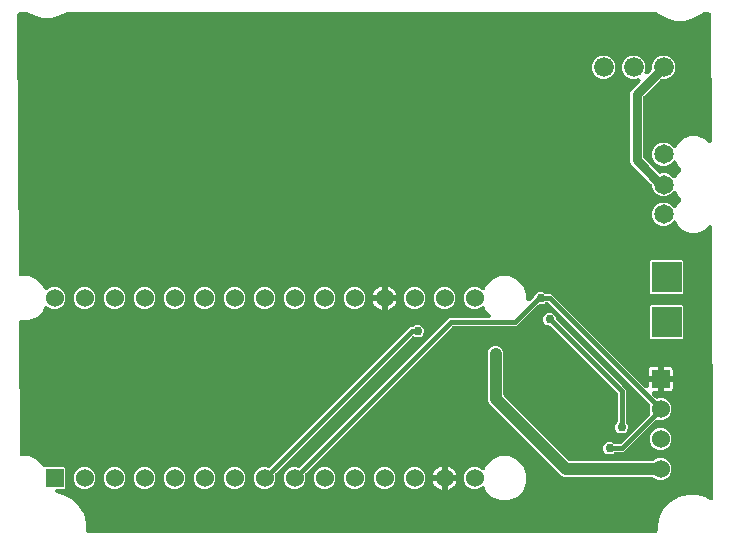
<source format=gbr>
G04 EAGLE Gerber RS-274X export*
G75*
%MOMM*%
%FSLAX34Y34*%
%LPD*%
%INBottom Copper*%
%IPPOS*%
%AMOC8*
5,1,8,0,0,1.08239X$1,22.5*%
G01*
%ADD10R,1.530000X1.530000*%
%ADD11C,1.530000*%
%ADD12C,1.650000*%
%ADD13C,1.676400*%
%ADD14R,1.524000X1.524000*%
%ADD15C,1.524000*%
%ADD16R,2.540000X2.540000*%
%ADD17C,0.381000*%
%ADD18C,0.756400*%
%ADD19C,1.016000*%
%ADD20C,0.762000*%

G36*
X548071Y19693D02*
X548071Y19693D01*
X548138Y19690D01*
X548265Y19712D01*
X548393Y19726D01*
X548456Y19746D01*
X548522Y19757D01*
X548641Y19805D01*
X548764Y19844D01*
X548822Y19876D01*
X548884Y19901D01*
X548991Y19972D01*
X549104Y20035D01*
X549154Y20079D01*
X549210Y20115D01*
X549301Y20206D01*
X549398Y20291D01*
X549438Y20344D01*
X549485Y20391D01*
X549555Y20499D01*
X549633Y20602D01*
X549661Y20662D01*
X549698Y20718D01*
X549745Y20838D01*
X549800Y20954D01*
X549816Y21019D01*
X549840Y21081D01*
X549852Y21167D01*
X549892Y21333D01*
X549897Y21503D01*
X549909Y21590D01*
X549909Y26706D01*
X551900Y34135D01*
X555746Y40796D01*
X561184Y46234D01*
X567845Y50080D01*
X575274Y52071D01*
X582966Y52071D01*
X590395Y50080D01*
X594302Y47825D01*
X594464Y47752D01*
X594627Y47676D01*
X594642Y47672D01*
X594657Y47665D01*
X594832Y47627D01*
X595006Y47586D01*
X595022Y47585D01*
X595038Y47582D01*
X595218Y47580D01*
X595396Y47575D01*
X595411Y47578D01*
X595428Y47577D01*
X595604Y47612D01*
X595779Y47643D01*
X595794Y47649D01*
X595810Y47653D01*
X595974Y47722D01*
X596141Y47789D01*
X596155Y47798D01*
X596169Y47804D01*
X596316Y47906D01*
X596465Y48005D01*
X596477Y48016D01*
X596490Y48026D01*
X596614Y48155D01*
X596739Y48282D01*
X596748Y48296D01*
X596759Y48308D01*
X596854Y48460D01*
X596951Y48610D01*
X596956Y48625D01*
X596965Y48639D01*
X597027Y48807D01*
X597091Y48973D01*
X597093Y48987D01*
X597099Y49005D01*
X597156Y49390D01*
X597153Y49445D01*
X597158Y49483D01*
X596024Y278459D01*
X596021Y278487D01*
X596023Y278516D01*
X596000Y278681D01*
X595982Y278846D01*
X595973Y278873D01*
X595970Y278902D01*
X595914Y279059D01*
X595862Y279217D01*
X595848Y279242D01*
X595839Y279269D01*
X595752Y279411D01*
X595670Y279556D01*
X595651Y279577D01*
X595636Y279602D01*
X595522Y279723D01*
X595412Y279848D01*
X595389Y279865D01*
X595369Y279886D01*
X595233Y279982D01*
X595100Y280082D01*
X595074Y280094D01*
X595051Y280111D01*
X594898Y280177D01*
X594747Y280247D01*
X594719Y280254D01*
X594693Y280265D01*
X594530Y280299D01*
X594368Y280337D01*
X594339Y280338D01*
X594311Y280344D01*
X594144Y280344D01*
X593978Y280348D01*
X593950Y280343D01*
X593921Y280343D01*
X593758Y280309D01*
X593594Y280280D01*
X593568Y280269D01*
X593540Y280263D01*
X593388Y280196D01*
X593233Y280134D01*
X593209Y280118D01*
X593183Y280107D01*
X593120Y280059D01*
X592908Y279918D01*
X592829Y279838D01*
X592773Y279796D01*
X589261Y276283D01*
X583505Y273899D01*
X577275Y273899D01*
X571519Y276283D01*
X567113Y280689D01*
X566104Y283127D01*
X566080Y283171D01*
X566063Y283217D01*
X565988Y283341D01*
X565919Y283470D01*
X565886Y283508D01*
X565860Y283550D01*
X565761Y283656D01*
X565667Y283768D01*
X565628Y283798D01*
X565594Y283835D01*
X565475Y283919D01*
X565361Y284008D01*
X565316Y284030D01*
X565275Y284059D01*
X565142Y284117D01*
X565011Y284181D01*
X564963Y284194D01*
X564917Y284214D01*
X564775Y284243D01*
X564634Y284280D01*
X564584Y284282D01*
X564536Y284293D01*
X564390Y284292D01*
X564245Y284300D01*
X564196Y284292D01*
X564146Y284292D01*
X564003Y284262D01*
X563860Y284239D01*
X563813Y284222D01*
X563764Y284212D01*
X563631Y284153D01*
X563495Y284102D01*
X563453Y284076D01*
X563407Y284056D01*
X563336Y284001D01*
X563166Y283894D01*
X563063Y283794D01*
X562998Y283744D01*
X560527Y281273D01*
X556934Y279785D01*
X553046Y279785D01*
X549453Y281273D01*
X546703Y284023D01*
X545215Y287616D01*
X545215Y291504D01*
X546703Y295097D01*
X549453Y297847D01*
X553046Y299335D01*
X556934Y299335D01*
X560527Y297847D01*
X562998Y295376D01*
X563037Y295344D01*
X563070Y295307D01*
X563188Y295221D01*
X563300Y295130D01*
X563345Y295107D01*
X563385Y295077D01*
X563518Y295017D01*
X563646Y294950D01*
X563694Y294937D01*
X563740Y294916D01*
X563882Y294885D01*
X564022Y294845D01*
X564072Y294842D01*
X564120Y294831D01*
X564266Y294829D01*
X564411Y294819D01*
X564460Y294826D01*
X564510Y294825D01*
X564653Y294852D01*
X564797Y294872D01*
X564844Y294889D01*
X564893Y294899D01*
X565027Y294954D01*
X565164Y295003D01*
X565207Y295029D01*
X565253Y295048D01*
X565373Y295131D01*
X565497Y295206D01*
X565533Y295240D01*
X565574Y295268D01*
X565675Y295373D01*
X565781Y295473D01*
X565810Y295513D01*
X565845Y295549D01*
X565890Y295626D01*
X566006Y295791D01*
X566063Y295923D01*
X566104Y295993D01*
X567113Y298431D01*
X569596Y300913D01*
X569638Y300965D01*
X569686Y301010D01*
X569761Y301116D01*
X569842Y301216D01*
X569872Y301275D01*
X569911Y301329D01*
X569962Y301447D01*
X570021Y301562D01*
X570039Y301626D01*
X570065Y301687D01*
X570091Y301813D01*
X570126Y301937D01*
X570131Y302004D01*
X570144Y302069D01*
X570144Y302198D01*
X570152Y302326D01*
X570143Y302392D01*
X570143Y302459D01*
X570117Y302585D01*
X570099Y302712D01*
X570077Y302775D01*
X570063Y302840D01*
X570011Y302958D01*
X569968Y303080D01*
X569934Y303136D01*
X569907Y303197D01*
X569854Y303267D01*
X569765Y303412D01*
X569649Y303537D01*
X569596Y303606D01*
X567113Y306089D01*
X566221Y308244D01*
X566197Y308288D01*
X566180Y308335D01*
X566105Y308459D01*
X566036Y308587D01*
X566003Y308625D01*
X565978Y308667D01*
X565878Y308773D01*
X565784Y308885D01*
X565745Y308916D01*
X565711Y308952D01*
X565592Y309036D01*
X565478Y309125D01*
X565433Y309148D01*
X565392Y309176D01*
X565259Y309234D01*
X565129Y309299D01*
X565080Y309311D01*
X565035Y309331D01*
X564892Y309360D01*
X564751Y309397D01*
X564702Y309400D01*
X564653Y309410D01*
X564507Y309409D01*
X564362Y309417D01*
X564313Y309409D01*
X564263Y309409D01*
X564121Y309379D01*
X563977Y309357D01*
X563930Y309339D01*
X563882Y309329D01*
X563748Y309271D01*
X563612Y309219D01*
X563570Y309193D01*
X563524Y309173D01*
X563453Y309119D01*
X563283Y309011D01*
X563180Y308911D01*
X563115Y308862D01*
X560527Y306273D01*
X556934Y304785D01*
X553046Y304785D01*
X549453Y306273D01*
X546703Y309023D01*
X545215Y312616D01*
X545215Y313862D01*
X545205Y313960D01*
X545205Y314060D01*
X545185Y314154D01*
X545175Y314249D01*
X545145Y314344D01*
X545125Y314442D01*
X545086Y314529D01*
X545057Y314621D01*
X545008Y314708D01*
X544969Y314799D01*
X544924Y314857D01*
X544866Y314960D01*
X544708Y315142D01*
X544658Y315208D01*
X527607Y332258D01*
X526795Y334219D01*
X526795Y392221D01*
X527607Y394182D01*
X529376Y395950D01*
X534997Y401571D01*
X535007Y401584D01*
X535020Y401595D01*
X535130Y401735D01*
X535243Y401874D01*
X535250Y401888D01*
X535261Y401901D01*
X535340Y402061D01*
X535422Y402220D01*
X535426Y402236D01*
X535434Y402251D01*
X535479Y402423D01*
X535527Y402595D01*
X535528Y402612D01*
X535532Y402628D01*
X535541Y402806D01*
X535553Y402984D01*
X535551Y403000D01*
X535552Y403017D01*
X535524Y403194D01*
X535500Y403370D01*
X535494Y403386D01*
X535492Y403402D01*
X535429Y403569D01*
X535369Y403737D01*
X535360Y403751D01*
X535355Y403767D01*
X535259Y403919D01*
X535166Y404070D01*
X535155Y404082D01*
X535146Y404096D01*
X535021Y404225D01*
X534900Y404355D01*
X534886Y404364D01*
X534875Y404376D01*
X534727Y404476D01*
X534581Y404579D01*
X534566Y404586D01*
X534552Y404595D01*
X534386Y404663D01*
X534223Y404734D01*
X534207Y404737D01*
X534192Y404743D01*
X534016Y404776D01*
X533841Y404812D01*
X533825Y404812D01*
X533808Y404815D01*
X533631Y404812D01*
X533452Y404812D01*
X533435Y404808D01*
X533419Y404808D01*
X533359Y404792D01*
X533070Y404731D01*
X532982Y404693D01*
X532922Y404677D01*
X531561Y404113D01*
X527619Y404113D01*
X523978Y405621D01*
X521191Y408408D01*
X519683Y412049D01*
X519683Y415991D01*
X521191Y419632D01*
X523978Y422419D01*
X527619Y423927D01*
X531561Y423927D01*
X535202Y422419D01*
X537989Y419632D01*
X539497Y415991D01*
X539497Y412049D01*
X538933Y410688D01*
X538928Y410673D01*
X538921Y410658D01*
X538872Y410485D01*
X538821Y410315D01*
X538820Y410298D01*
X538816Y410282D01*
X538804Y410105D01*
X538788Y409927D01*
X538790Y409910D01*
X538789Y409893D01*
X538814Y409717D01*
X538835Y409540D01*
X538840Y409524D01*
X538843Y409507D01*
X538903Y409339D01*
X538959Y409170D01*
X538968Y409156D01*
X538973Y409140D01*
X539067Y408987D01*
X539157Y408834D01*
X539168Y408822D01*
X539176Y408807D01*
X539299Y408677D01*
X539418Y408545D01*
X539431Y408535D01*
X539443Y408523D01*
X539589Y408420D01*
X539733Y408315D01*
X539748Y408308D01*
X539762Y408298D01*
X539925Y408228D01*
X540088Y408154D01*
X540104Y408150D01*
X540119Y408144D01*
X540294Y408108D01*
X540468Y408069D01*
X540485Y408068D01*
X540501Y408065D01*
X540680Y408065D01*
X540858Y408063D01*
X540874Y408066D01*
X540891Y408066D01*
X541067Y408103D01*
X541241Y408136D01*
X541256Y408143D01*
X541272Y408146D01*
X541436Y408217D01*
X541601Y408286D01*
X541614Y408295D01*
X541630Y408302D01*
X541679Y408339D01*
X541922Y408506D01*
X541989Y408575D01*
X542039Y408613D01*
X544526Y411100D01*
X544588Y411177D01*
X544659Y411248D01*
X544711Y411328D01*
X544771Y411402D01*
X544817Y411491D01*
X544872Y411574D01*
X544907Y411663D01*
X544951Y411749D01*
X544978Y411844D01*
X545014Y411937D01*
X545024Y412009D01*
X545056Y412124D01*
X545072Y412364D01*
X545083Y412446D01*
X545083Y415991D01*
X546591Y419632D01*
X549378Y422419D01*
X553019Y423927D01*
X556961Y423927D01*
X560602Y422419D01*
X563389Y419632D01*
X564897Y415991D01*
X564897Y412049D01*
X563389Y408408D01*
X560602Y405621D01*
X556961Y404113D01*
X553416Y404113D01*
X553318Y404103D01*
X553218Y404103D01*
X553124Y404083D01*
X553029Y404073D01*
X552934Y404043D01*
X552836Y404023D01*
X552749Y403984D01*
X552657Y403955D01*
X552570Y403906D01*
X552479Y403867D01*
X552421Y403822D01*
X552318Y403764D01*
X552136Y403606D01*
X552070Y403556D01*
X538022Y389508D01*
X537960Y389431D01*
X537889Y389360D01*
X537837Y389280D01*
X537777Y389206D01*
X537731Y389117D01*
X537676Y389034D01*
X537641Y388945D01*
X537597Y388859D01*
X537570Y388764D01*
X537534Y388671D01*
X537524Y388599D01*
X537492Y388484D01*
X537476Y388244D01*
X537465Y388162D01*
X537465Y338278D01*
X537475Y338180D01*
X537475Y338080D01*
X537495Y337986D01*
X537505Y337891D01*
X537535Y337796D01*
X537555Y337698D01*
X537594Y337611D01*
X537623Y337519D01*
X537672Y337432D01*
X537711Y337341D01*
X537756Y337283D01*
X537814Y337180D01*
X537972Y336998D01*
X538022Y336932D01*
X550431Y324524D01*
X550495Y324472D01*
X550553Y324412D01*
X550646Y324349D01*
X550733Y324278D01*
X550807Y324240D01*
X550875Y324193D01*
X550979Y324150D01*
X551079Y324099D01*
X551159Y324076D01*
X551236Y324045D01*
X551346Y324024D01*
X551454Y323994D01*
X551537Y323988D01*
X551619Y323973D01*
X551731Y323975D01*
X551843Y323967D01*
X551926Y323979D01*
X552009Y323980D01*
X552088Y324001D01*
X552230Y324021D01*
X552419Y324088D01*
X552506Y324111D01*
X553046Y324335D01*
X556934Y324335D01*
X560527Y322847D01*
X562881Y320493D01*
X562919Y320461D01*
X562953Y320424D01*
X563071Y320338D01*
X563183Y320247D01*
X563227Y320224D01*
X563268Y320194D01*
X563400Y320134D01*
X563529Y320068D01*
X563577Y320054D01*
X563623Y320034D01*
X563765Y320002D01*
X563905Y319963D01*
X563954Y319959D01*
X564003Y319948D01*
X564148Y319946D01*
X564294Y319936D01*
X564343Y319943D01*
X564393Y319942D01*
X564536Y319970D01*
X564680Y319990D01*
X564727Y320006D01*
X564776Y320016D01*
X564910Y320072D01*
X565047Y320120D01*
X565090Y320146D01*
X565136Y320166D01*
X565256Y320248D01*
X565380Y320323D01*
X565416Y320357D01*
X565457Y320386D01*
X565558Y320490D01*
X565664Y320590D01*
X565693Y320631D01*
X565728Y320666D01*
X565773Y320744D01*
X565889Y320909D01*
X565945Y321040D01*
X565987Y321111D01*
X567113Y323831D01*
X569596Y326313D01*
X569638Y326365D01*
X569686Y326410D01*
X569761Y326516D01*
X569842Y326616D01*
X569872Y326675D01*
X569911Y326729D01*
X569962Y326847D01*
X570021Y326962D01*
X570039Y327026D01*
X570065Y327087D01*
X570091Y327213D01*
X570126Y327337D01*
X570131Y327404D01*
X570144Y327469D01*
X570144Y327598D01*
X570152Y327726D01*
X570143Y327792D01*
X570143Y327859D01*
X570117Y327985D01*
X570099Y328112D01*
X570077Y328175D01*
X570063Y328240D01*
X570011Y328358D01*
X569968Y328480D01*
X569934Y328536D01*
X569907Y328597D01*
X569854Y328667D01*
X569765Y328812D01*
X569649Y328937D01*
X569596Y329006D01*
X567113Y331489D01*
X566104Y333927D01*
X566080Y333971D01*
X566063Y334017D01*
X565988Y334141D01*
X565919Y334270D01*
X565886Y334308D01*
X565860Y334350D01*
X565761Y334456D01*
X565667Y334568D01*
X565628Y334598D01*
X565594Y334635D01*
X565475Y334719D01*
X565361Y334808D01*
X565316Y334830D01*
X565275Y334859D01*
X565142Y334917D01*
X565011Y334981D01*
X564963Y334994D01*
X564917Y335014D01*
X564775Y335043D01*
X564634Y335080D01*
X564584Y335082D01*
X564536Y335093D01*
X564390Y335092D01*
X564245Y335100D01*
X564196Y335092D01*
X564146Y335092D01*
X564003Y335062D01*
X563860Y335039D01*
X563813Y335022D01*
X563764Y335012D01*
X563631Y334953D01*
X563495Y334902D01*
X563453Y334876D01*
X563407Y334856D01*
X563336Y334801D01*
X563166Y334694D01*
X563063Y334594D01*
X562998Y334544D01*
X560527Y332073D01*
X556934Y330585D01*
X553046Y330585D01*
X549453Y332073D01*
X546703Y334823D01*
X545215Y338416D01*
X545215Y342304D01*
X546703Y345897D01*
X549453Y348647D01*
X553046Y350135D01*
X556934Y350135D01*
X560527Y348647D01*
X562998Y346176D01*
X563037Y346144D01*
X563070Y346107D01*
X563188Y346021D01*
X563300Y345930D01*
X563345Y345907D01*
X563385Y345877D01*
X563518Y345817D01*
X563646Y345750D01*
X563694Y345737D01*
X563740Y345716D01*
X563882Y345685D01*
X564022Y345645D01*
X564072Y345642D01*
X564120Y345631D01*
X564266Y345629D01*
X564411Y345619D01*
X564460Y345626D01*
X564510Y345625D01*
X564653Y345652D01*
X564797Y345672D01*
X564844Y345689D01*
X564893Y345699D01*
X565027Y345754D01*
X565164Y345803D01*
X565207Y345829D01*
X565253Y345848D01*
X565373Y345931D01*
X565497Y346006D01*
X565533Y346040D01*
X565574Y346068D01*
X565675Y346173D01*
X565781Y346273D01*
X565810Y346313D01*
X565845Y346349D01*
X565890Y346426D01*
X566006Y346591D01*
X566063Y346723D01*
X566104Y346793D01*
X567113Y349231D01*
X571519Y353637D01*
X577275Y356021D01*
X583505Y356021D01*
X589261Y353637D01*
X592410Y350488D01*
X592439Y350464D01*
X592465Y350435D01*
X592591Y350341D01*
X592712Y350242D01*
X592746Y350224D01*
X592777Y350201D01*
X592919Y350135D01*
X593058Y350062D01*
X593095Y350052D01*
X593130Y350036D01*
X593282Y350000D01*
X593434Y349957D01*
X593472Y349955D01*
X593509Y349946D01*
X593666Y349942D01*
X593823Y349931D01*
X593861Y349936D01*
X593898Y349935D01*
X594053Y349963D01*
X594209Y349984D01*
X594245Y349997D01*
X594282Y350004D01*
X594428Y350063D01*
X594576Y350115D01*
X594608Y350135D01*
X594644Y350149D01*
X594775Y350237D01*
X594909Y350318D01*
X594937Y350344D01*
X594968Y350365D01*
X595079Y350477D01*
X595193Y350585D01*
X595215Y350616D01*
X595242Y350643D01*
X595327Y350775D01*
X595418Y350903D01*
X595433Y350938D01*
X595453Y350970D01*
X595510Y351117D01*
X595572Y351261D01*
X595580Y351298D01*
X595594Y351334D01*
X595605Y351419D01*
X595651Y351643D01*
X595651Y351769D01*
X595661Y351844D01*
X595133Y458479D01*
X595126Y458541D01*
X595128Y458603D01*
X595105Y458734D01*
X595091Y458867D01*
X595072Y458926D01*
X595061Y458987D01*
X595012Y459111D01*
X594971Y459238D01*
X594940Y459292D01*
X594918Y459349D01*
X594844Y459460D01*
X594778Y459577D01*
X594737Y459623D01*
X594703Y459675D01*
X594609Y459769D01*
X594520Y459869D01*
X594471Y459906D01*
X594427Y459950D01*
X594315Y460023D01*
X594208Y460103D01*
X594153Y460129D01*
X594101Y460163D01*
X593976Y460211D01*
X593855Y460268D01*
X593795Y460282D01*
X593738Y460305D01*
X593650Y460317D01*
X593476Y460358D01*
X593314Y460363D01*
X593228Y460374D01*
X588833Y460374D01*
X588734Y460364D01*
X588635Y460364D01*
X588541Y460344D01*
X588445Y460334D01*
X588351Y460304D01*
X588253Y460284D01*
X588165Y460245D01*
X588074Y460216D01*
X587987Y460168D01*
X587896Y460128D01*
X587838Y460083D01*
X587734Y460025D01*
X587553Y459867D01*
X587487Y459816D01*
X586896Y459226D01*
X580235Y455380D01*
X572806Y453389D01*
X565114Y453389D01*
X557685Y455380D01*
X551024Y459226D01*
X550433Y459816D01*
X550356Y459879D01*
X550286Y459950D01*
X550205Y460002D01*
X550131Y460062D01*
X550042Y460108D01*
X549959Y460163D01*
X549870Y460198D01*
X549785Y460242D01*
X549689Y460269D01*
X549596Y460305D01*
X549524Y460315D01*
X549409Y460347D01*
X549169Y460363D01*
X549087Y460374D01*
X49056Y460374D01*
X49011Y460370D01*
X48965Y460372D01*
X48817Y460350D01*
X48668Y460334D01*
X48625Y460321D01*
X48580Y460314D01*
X48498Y460280D01*
X48297Y460216D01*
X48178Y460149D01*
X48104Y460119D01*
X44295Y457920D01*
X36866Y455929D01*
X29174Y455929D01*
X21745Y457920D01*
X17936Y460119D01*
X17894Y460138D01*
X17856Y460163D01*
X17717Y460217D01*
X17580Y460278D01*
X17536Y460288D01*
X17493Y460305D01*
X17405Y460317D01*
X17200Y460362D01*
X17063Y460364D01*
X16984Y460374D01*
X9795Y460374D01*
X9724Y460367D01*
X9653Y460369D01*
X9531Y460347D01*
X9407Y460334D01*
X9340Y460313D01*
X9269Y460300D01*
X9154Y460254D01*
X9036Y460216D01*
X8974Y460182D01*
X8908Y460155D01*
X8804Y460086D01*
X8696Y460025D01*
X8642Y459978D01*
X8583Y459939D01*
X8496Y459851D01*
X8402Y459769D01*
X8359Y459712D01*
X8310Y459661D01*
X8242Y459557D01*
X8167Y459458D01*
X8137Y459394D01*
X8098Y459334D01*
X8053Y459218D01*
X8000Y459106D01*
X7983Y459037D01*
X7958Y458970D01*
X7946Y458885D01*
X7908Y458727D01*
X7902Y458548D01*
X7891Y458461D01*
X8979Y238746D01*
X8985Y238684D01*
X8983Y238622D01*
X9006Y238491D01*
X9021Y238358D01*
X9040Y238299D01*
X9050Y238238D01*
X9099Y238114D01*
X9140Y237987D01*
X9171Y237933D01*
X9194Y237876D01*
X9267Y237765D01*
X9333Y237648D01*
X9374Y237602D01*
X9408Y237550D01*
X9503Y237456D01*
X9591Y237356D01*
X9640Y237319D01*
X9684Y237275D01*
X9796Y237202D01*
X9903Y237122D01*
X9959Y237096D01*
X10011Y237062D01*
X10135Y237014D01*
X10256Y236957D01*
X10316Y236943D01*
X10374Y236920D01*
X10461Y236908D01*
X10635Y236867D01*
X10797Y236862D01*
X10883Y236851D01*
X17632Y236851D01*
X24399Y234048D01*
X29578Y228869D01*
X30622Y226348D01*
X30646Y226304D01*
X30662Y226257D01*
X30738Y226133D01*
X30807Y226005D01*
X30839Y225967D01*
X30865Y225924D01*
X30965Y225818D01*
X31058Y225707D01*
X31098Y225676D01*
X31132Y225640D01*
X31251Y225556D01*
X31365Y225466D01*
X31410Y225444D01*
X31451Y225416D01*
X31584Y225358D01*
X31714Y225293D01*
X31763Y225281D01*
X31808Y225261D01*
X31951Y225232D01*
X32091Y225195D01*
X32141Y225192D01*
X32190Y225182D01*
X32335Y225183D01*
X32481Y225175D01*
X32530Y225183D01*
X32580Y225183D01*
X32722Y225213D01*
X32866Y225235D01*
X32912Y225253D01*
X32961Y225263D01*
X33095Y225321D01*
X33231Y225373D01*
X33273Y225399D01*
X33319Y225419D01*
X33390Y225473D01*
X33560Y225581D01*
X33663Y225681D01*
X33728Y225730D01*
X34190Y226193D01*
X37551Y227585D01*
X41189Y227585D01*
X44550Y226193D01*
X47123Y223620D01*
X48515Y220259D01*
X48515Y216621D01*
X47123Y213260D01*
X44550Y210687D01*
X41189Y209295D01*
X37551Y209295D01*
X34190Y210687D01*
X33728Y211150D01*
X33689Y211181D01*
X33656Y211218D01*
X33538Y211304D01*
X33425Y211396D01*
X33381Y211419D01*
X33341Y211448D01*
X33209Y211508D01*
X33079Y211575D01*
X33031Y211588D01*
X32986Y211609D01*
X32844Y211641D01*
X32704Y211680D01*
X32654Y211683D01*
X32605Y211694D01*
X32460Y211696D01*
X32315Y211706D01*
X32266Y211699D01*
X32216Y211700D01*
X32073Y211673D01*
X31929Y211653D01*
X31882Y211636D01*
X31833Y211627D01*
X31699Y211571D01*
X31562Y211522D01*
X31519Y211496D01*
X31473Y211477D01*
X31353Y211395D01*
X31229Y211319D01*
X31193Y211285D01*
X31151Y211257D01*
X31050Y211152D01*
X30944Y211053D01*
X30916Y211012D01*
X30881Y210976D01*
X30836Y210899D01*
X30720Y210734D01*
X30663Y210602D01*
X30622Y210532D01*
X29578Y208011D01*
X24399Y202832D01*
X17632Y200029D01*
X11084Y200029D01*
X11013Y200022D01*
X10942Y200024D01*
X10820Y200002D01*
X10696Y199989D01*
X10629Y199968D01*
X10558Y199955D01*
X10443Y199909D01*
X10325Y199871D01*
X10263Y199837D01*
X10197Y199810D01*
X10093Y199741D01*
X9985Y199680D01*
X9931Y199633D01*
X9872Y199594D01*
X9785Y199506D01*
X9692Y199424D01*
X9649Y199367D01*
X9599Y199316D01*
X9531Y199212D01*
X9456Y199113D01*
X9426Y199049D01*
X9387Y198989D01*
X9342Y198873D01*
X9289Y198761D01*
X9272Y198692D01*
X9247Y198625D01*
X9236Y198540D01*
X9197Y198382D01*
X9191Y198203D01*
X9180Y198116D01*
X9733Y86346D01*
X9740Y86284D01*
X9738Y86222D01*
X9761Y86091D01*
X9775Y85958D01*
X9794Y85899D01*
X9805Y85838D01*
X9854Y85714D01*
X9895Y85587D01*
X9926Y85533D01*
X9948Y85476D01*
X10022Y85365D01*
X10088Y85248D01*
X10129Y85202D01*
X10163Y85150D01*
X10257Y85056D01*
X10346Y84956D01*
X10395Y84919D01*
X10439Y84875D01*
X10551Y84802D01*
X10658Y84722D01*
X10714Y84696D01*
X10765Y84662D01*
X10890Y84614D01*
X11011Y84557D01*
X11071Y84543D01*
X11128Y84520D01*
X11216Y84508D01*
X11390Y84467D01*
X11552Y84462D01*
X11638Y84451D01*
X17632Y84451D01*
X24399Y81648D01*
X29578Y76469D01*
X29623Y76360D01*
X29662Y76287D01*
X29693Y76210D01*
X29755Y76116D01*
X29808Y76017D01*
X29862Y75954D01*
X29907Y75884D01*
X29987Y75805D01*
X30059Y75719D01*
X30125Y75668D01*
X30183Y75609D01*
X30277Y75548D01*
X30366Y75479D01*
X30440Y75442D01*
X30510Y75396D01*
X30614Y75355D01*
X30715Y75305D01*
X30796Y75284D01*
X30873Y75254D01*
X30954Y75243D01*
X31092Y75207D01*
X31294Y75197D01*
X31382Y75185D01*
X47622Y75185D01*
X48515Y74292D01*
X48515Y57788D01*
X47622Y56895D01*
X41874Y56895D01*
X41734Y56881D01*
X41593Y56874D01*
X41540Y56861D01*
X41486Y56855D01*
X41352Y56813D01*
X41215Y56778D01*
X41166Y56754D01*
X41115Y56737D01*
X40992Y56668D01*
X40865Y56606D01*
X40822Y56573D01*
X40775Y56546D01*
X40669Y56453D01*
X40557Y56367D01*
X40522Y56325D01*
X40482Y56290D01*
X40396Y56177D01*
X40305Y56070D01*
X40279Y56022D01*
X40246Y55979D01*
X40186Y55851D01*
X40118Y55728D01*
X40102Y55676D01*
X40079Y55627D01*
X40046Y55490D01*
X40005Y55355D01*
X40000Y55301D01*
X39987Y55248D01*
X39983Y55107D01*
X39970Y54966D01*
X39976Y54913D01*
X39974Y54858D01*
X39999Y54719D01*
X40015Y54579D01*
X40032Y54528D01*
X40041Y54474D01*
X40093Y54344D01*
X40138Y54209D01*
X40165Y54162D01*
X40185Y54112D01*
X40262Y53995D01*
X40333Y53872D01*
X40369Y53832D01*
X40399Y53787D01*
X40499Y53687D01*
X40593Y53582D01*
X40637Y53550D01*
X40675Y53511D01*
X40793Y53434D01*
X40907Y53351D01*
X40948Y53333D01*
X41002Y53298D01*
X41365Y53156D01*
X41373Y53155D01*
X41381Y53152D01*
X48105Y51350D01*
X54766Y47504D01*
X60204Y42066D01*
X64050Y35405D01*
X66041Y27976D01*
X66041Y21590D01*
X66048Y21524D01*
X66045Y21457D01*
X66067Y21330D01*
X66081Y21202D01*
X66101Y21139D01*
X66112Y21073D01*
X66160Y20954D01*
X66199Y20831D01*
X66231Y20773D01*
X66256Y20711D01*
X66327Y20604D01*
X66390Y20491D01*
X66434Y20441D01*
X66470Y20386D01*
X66561Y20294D01*
X66646Y20197D01*
X66699Y20157D01*
X66746Y20110D01*
X66854Y20040D01*
X66957Y19962D01*
X67017Y19934D01*
X67073Y19897D01*
X67193Y19850D01*
X67309Y19795D01*
X67374Y19779D01*
X67436Y19755D01*
X67522Y19743D01*
X67688Y19703D01*
X67858Y19698D01*
X67945Y19686D01*
X548005Y19686D01*
X548071Y19693D01*
G37*
%LPC*%
G36*
X240751Y56895D02*
X240751Y56895D01*
X237390Y58287D01*
X234817Y60860D01*
X233425Y64221D01*
X233425Y67859D01*
X234817Y71220D01*
X237390Y73793D01*
X240751Y75185D01*
X244389Y75185D01*
X244964Y74947D01*
X245043Y74923D01*
X245120Y74890D01*
X245230Y74867D01*
X245337Y74835D01*
X245420Y74828D01*
X245501Y74811D01*
X245614Y74812D01*
X245726Y74802D01*
X245808Y74812D01*
X245891Y74812D01*
X246001Y74835D01*
X246113Y74849D01*
X246191Y74875D01*
X246273Y74892D01*
X246376Y74937D01*
X246482Y74973D01*
X246554Y75015D01*
X246630Y75048D01*
X246695Y75098D01*
X246818Y75170D01*
X246968Y75305D01*
X247039Y75359D01*
X370668Y198988D01*
X373234Y201555D01*
X406621Y201555D01*
X406654Y201558D01*
X406688Y201556D01*
X406848Y201578D01*
X407009Y201595D01*
X407041Y201605D01*
X407074Y201609D01*
X407226Y201664D01*
X407381Y201713D01*
X407410Y201729D01*
X407441Y201740D01*
X407579Y201824D01*
X407720Y201904D01*
X407745Y201926D01*
X407774Y201943D01*
X407892Y202054D01*
X408014Y202160D01*
X408034Y202187D01*
X408058Y202209D01*
X408152Y202342D01*
X408249Y202471D01*
X408263Y202501D01*
X408283Y202528D01*
X408347Y202677D01*
X408416Y202823D01*
X408424Y202855D01*
X408437Y202886D01*
X408470Y203045D01*
X408508Y203202D01*
X408509Y203235D01*
X408516Y203268D01*
X408516Y203430D01*
X408521Y203592D01*
X408515Y203624D01*
X408515Y203658D01*
X408482Y203816D01*
X408454Y203976D01*
X408442Y204006D01*
X408435Y204039D01*
X408370Y204188D01*
X408311Y204338D01*
X408292Y204366D01*
X408279Y204396D01*
X408228Y204463D01*
X408096Y204663D01*
X408012Y204747D01*
X407968Y204805D01*
X404762Y208011D01*
X403718Y210532D01*
X403694Y210576D01*
X403678Y210623D01*
X403602Y210747D01*
X403533Y210875D01*
X403501Y210913D01*
X403475Y210956D01*
X403375Y211062D01*
X403282Y211173D01*
X403242Y211204D01*
X403208Y211240D01*
X403089Y211324D01*
X402975Y211414D01*
X402930Y211436D01*
X402889Y211464D01*
X402756Y211522D01*
X402626Y211587D01*
X402577Y211599D01*
X402532Y211619D01*
X402389Y211648D01*
X402249Y211685D01*
X402199Y211688D01*
X402150Y211698D01*
X402005Y211697D01*
X401859Y211705D01*
X401810Y211697D01*
X401760Y211697D01*
X401618Y211667D01*
X401474Y211645D01*
X401428Y211627D01*
X401379Y211617D01*
X401245Y211559D01*
X401109Y211507D01*
X401067Y211481D01*
X401021Y211461D01*
X400950Y211407D01*
X400780Y211299D01*
X400677Y211199D01*
X400612Y211150D01*
X400150Y210687D01*
X396789Y209295D01*
X393151Y209295D01*
X389790Y210687D01*
X387217Y213260D01*
X385825Y216621D01*
X385825Y220259D01*
X387217Y223620D01*
X389790Y226193D01*
X393151Y227585D01*
X396789Y227585D01*
X400150Y226193D01*
X400612Y225730D01*
X400651Y225699D01*
X400684Y225662D01*
X400802Y225576D01*
X400915Y225484D01*
X400959Y225461D01*
X400999Y225432D01*
X401131Y225372D01*
X401261Y225305D01*
X401309Y225292D01*
X401354Y225271D01*
X401496Y225239D01*
X401636Y225200D01*
X401686Y225197D01*
X401735Y225186D01*
X401880Y225184D01*
X402025Y225174D01*
X402074Y225181D01*
X402124Y225180D01*
X402267Y225207D01*
X402411Y225227D01*
X402458Y225244D01*
X402507Y225253D01*
X402641Y225309D01*
X402778Y225358D01*
X402821Y225384D01*
X402867Y225403D01*
X402987Y225485D01*
X403111Y225561D01*
X403147Y225595D01*
X403189Y225623D01*
X403290Y225728D01*
X403396Y225827D01*
X403424Y225868D01*
X403459Y225904D01*
X403504Y225981D01*
X403620Y226146D01*
X403677Y226278D01*
X403718Y226348D01*
X404762Y228869D01*
X409941Y234048D01*
X416708Y236851D01*
X424032Y236851D01*
X430799Y234048D01*
X435978Y228869D01*
X438781Y222102D01*
X438781Y217569D01*
X438784Y217535D01*
X438782Y217502D01*
X438804Y217342D01*
X438821Y217181D01*
X438831Y217149D01*
X438835Y217116D01*
X438890Y216964D01*
X438939Y216809D01*
X438955Y216780D01*
X438966Y216749D01*
X439050Y216611D01*
X439130Y216470D01*
X439152Y216445D01*
X439169Y216416D01*
X439280Y216298D01*
X439386Y216176D01*
X439413Y216156D01*
X439435Y216132D01*
X439568Y216038D01*
X439697Y215941D01*
X439727Y215926D01*
X439754Y215907D01*
X439903Y215843D01*
X440049Y215774D01*
X440081Y215766D01*
X440112Y215753D01*
X440271Y215720D01*
X440428Y215682D01*
X440461Y215681D01*
X440494Y215674D01*
X440656Y215674D01*
X440818Y215669D01*
X440850Y215675D01*
X440884Y215675D01*
X441042Y215708D01*
X441202Y215736D01*
X441232Y215748D01*
X441265Y215755D01*
X441414Y215820D01*
X441564Y215879D01*
X441592Y215898D01*
X441622Y215911D01*
X441689Y215961D01*
X441889Y216094D01*
X441973Y216178D01*
X442031Y216222D01*
X445444Y219635D01*
X445517Y219725D01*
X445598Y219808D01*
X445629Y219862D01*
X445690Y219937D01*
X445825Y220199D01*
X445857Y220252D01*
X446351Y221446D01*
X447844Y222939D01*
X449794Y223747D01*
X451906Y223747D01*
X453856Y222939D01*
X454367Y222427D01*
X454445Y222365D01*
X454515Y222294D01*
X454596Y222242D01*
X454670Y222182D01*
X454758Y222136D01*
X454842Y222081D01*
X454931Y222046D01*
X455016Y222002D01*
X455112Y221975D01*
X455204Y221939D01*
X455277Y221929D01*
X455391Y221897D01*
X455631Y221881D01*
X455714Y221870D01*
X459891Y221870D01*
X462457Y219303D01*
X539009Y142752D01*
X539034Y142731D01*
X539056Y142706D01*
X539185Y142608D01*
X539311Y142506D01*
X539340Y142491D01*
X539367Y142470D01*
X539513Y142401D01*
X539657Y142327D01*
X539689Y142318D01*
X539719Y142303D01*
X539876Y142265D01*
X540032Y142222D01*
X540066Y142219D01*
X540098Y142212D01*
X540260Y142206D01*
X540421Y142195D01*
X540454Y142200D01*
X540488Y142199D01*
X540647Y142226D01*
X540807Y142249D01*
X540839Y142260D01*
X540872Y142266D01*
X541022Y142325D01*
X541175Y142380D01*
X541203Y142397D01*
X541234Y142409D01*
X541369Y142498D01*
X541507Y142582D01*
X541532Y142605D01*
X541560Y142623D01*
X541674Y142738D01*
X541792Y142849D01*
X541811Y142876D01*
X541835Y142900D01*
X541923Y143035D01*
X542016Y143168D01*
X542029Y143198D01*
X542048Y143226D01*
X542107Y143377D01*
X542171Y143525D01*
X542178Y143558D01*
X542190Y143589D01*
X542201Y143672D01*
X542250Y143907D01*
X542249Y144026D01*
X542259Y144098D01*
X542259Y147311D01*
X549901Y147311D01*
X549901Y139669D01*
X546688Y139669D01*
X546655Y139666D01*
X546622Y139668D01*
X546462Y139646D01*
X546301Y139629D01*
X546269Y139619D01*
X546236Y139615D01*
X546083Y139560D01*
X545929Y139511D01*
X545900Y139495D01*
X545869Y139484D01*
X545731Y139400D01*
X545589Y139320D01*
X545564Y139298D01*
X545536Y139281D01*
X545418Y139170D01*
X545296Y139064D01*
X545276Y139037D01*
X545251Y139015D01*
X545158Y138882D01*
X545060Y138753D01*
X545046Y138723D01*
X545027Y138696D01*
X544963Y138547D01*
X544893Y138401D01*
X544886Y138369D01*
X544872Y138338D01*
X544840Y138179D01*
X544802Y138022D01*
X544800Y137989D01*
X544794Y137956D01*
X544794Y137794D01*
X544789Y137632D01*
X544794Y137600D01*
X544794Y137566D01*
X544828Y137408D01*
X544856Y137248D01*
X544868Y137218D01*
X544875Y137185D01*
X544940Y137036D01*
X544999Y136886D01*
X545017Y136858D01*
X545031Y136828D01*
X545081Y136761D01*
X545213Y136561D01*
X545229Y136545D01*
X545298Y136476D01*
X545342Y136419D01*
X547958Y133802D01*
X548022Y133750D01*
X548080Y133690D01*
X548173Y133627D01*
X548260Y133556D01*
X548334Y133518D01*
X548403Y133472D01*
X548507Y133429D01*
X548607Y133377D01*
X548686Y133355D01*
X548763Y133323D01*
X548874Y133302D01*
X548982Y133272D01*
X549065Y133267D01*
X549146Y133251D01*
X549259Y133253D01*
X549371Y133246D01*
X549453Y133257D01*
X549536Y133259D01*
X549615Y133280D01*
X549757Y133299D01*
X549947Y133367D01*
X550033Y133390D01*
X550625Y133635D01*
X554275Y133635D01*
X557647Y132238D01*
X560228Y129657D01*
X561625Y126285D01*
X561625Y122635D01*
X560228Y119263D01*
X557647Y116682D01*
X554275Y115285D01*
X550625Y115285D01*
X550033Y115530D01*
X549954Y115554D01*
X549877Y115587D01*
X549767Y115610D01*
X549660Y115642D01*
X549577Y115649D01*
X549496Y115666D01*
X549383Y115666D01*
X549271Y115675D01*
X549189Y115665D01*
X549106Y115665D01*
X548996Y115642D01*
X548884Y115628D01*
X548806Y115602D01*
X548724Y115585D01*
X548622Y115540D01*
X548515Y115504D01*
X548443Y115462D01*
X548367Y115429D01*
X548302Y115379D01*
X548179Y115307D01*
X548029Y115172D01*
X547958Y115118D01*
X523417Y90577D01*
X520851Y88010D01*
X514134Y88010D01*
X514035Y88000D01*
X513935Y88000D01*
X513841Y87980D01*
X513746Y87970D01*
X513651Y87940D01*
X513554Y87920D01*
X513466Y87881D01*
X513375Y87852D01*
X513288Y87803D01*
X513197Y87764D01*
X513139Y87719D01*
X513035Y87661D01*
X512854Y87503D01*
X512787Y87453D01*
X512276Y86941D01*
X510326Y86133D01*
X508214Y86133D01*
X506264Y86941D01*
X504771Y88434D01*
X503963Y90384D01*
X503963Y92496D01*
X504771Y94446D01*
X506264Y95939D01*
X508214Y96747D01*
X510326Y96747D01*
X512276Y95939D01*
X512787Y95427D01*
X512865Y95365D01*
X512935Y95294D01*
X513015Y95242D01*
X513090Y95182D01*
X513178Y95136D01*
X513262Y95081D01*
X513351Y95046D01*
X513436Y95002D01*
X513532Y94975D01*
X513624Y94939D01*
X513697Y94929D01*
X513811Y94897D01*
X514051Y94881D01*
X514134Y94870D01*
X517221Y94870D01*
X517320Y94880D01*
X517419Y94880D01*
X517513Y94900D01*
X517608Y94910D01*
X517703Y94940D01*
X517801Y94960D01*
X517888Y94999D01*
X517980Y95028D01*
X518067Y95077D01*
X518158Y95116D01*
X518216Y95161D01*
X518320Y95219D01*
X518501Y95377D01*
X518567Y95427D01*
X543108Y119968D01*
X543160Y120032D01*
X543220Y120090D01*
X543283Y120183D01*
X543354Y120270D01*
X543392Y120344D01*
X543438Y120413D01*
X543481Y120517D01*
X543533Y120617D01*
X543555Y120696D01*
X543587Y120773D01*
X543608Y120884D01*
X543638Y120992D01*
X543643Y121075D01*
X543659Y121156D01*
X543657Y121269D01*
X543664Y121381D01*
X543653Y121463D01*
X543651Y121546D01*
X543630Y121625D01*
X543611Y121767D01*
X543543Y121957D01*
X543520Y122043D01*
X543275Y122635D01*
X543275Y126285D01*
X543520Y126877D01*
X543544Y126956D01*
X543577Y127033D01*
X543600Y127143D01*
X543632Y127250D01*
X543639Y127333D01*
X543656Y127414D01*
X543656Y127527D01*
X543665Y127639D01*
X543655Y127721D01*
X543655Y127804D01*
X543632Y127914D01*
X543618Y128026D01*
X543592Y128104D01*
X543575Y128186D01*
X543530Y128288D01*
X543494Y128395D01*
X543452Y128467D01*
X543419Y128543D01*
X543369Y128608D01*
X543297Y128731D01*
X543162Y128881D01*
X543108Y128952D01*
X457607Y214453D01*
X457530Y214515D01*
X457459Y214586D01*
X457379Y214638D01*
X457305Y214698D01*
X457216Y214744D01*
X457133Y214799D01*
X457044Y214834D01*
X456959Y214878D01*
X456863Y214905D01*
X456770Y214941D01*
X456698Y214951D01*
X456583Y214983D01*
X456343Y214999D01*
X456261Y215010D01*
X455714Y215010D01*
X455615Y215000D01*
X455515Y215000D01*
X455421Y214980D01*
X455326Y214970D01*
X455231Y214940D01*
X455134Y214920D01*
X455046Y214881D01*
X454955Y214852D01*
X454868Y214803D01*
X454777Y214764D01*
X454719Y214719D01*
X454615Y214661D01*
X454434Y214503D01*
X454367Y214453D01*
X453856Y213941D01*
X451906Y213133D01*
X449432Y213133D01*
X449333Y213123D01*
X449234Y213123D01*
X449140Y213103D01*
X449044Y213093D01*
X448950Y213063D01*
X448852Y213043D01*
X448764Y213004D01*
X448673Y212975D01*
X448586Y212926D01*
X448495Y212887D01*
X448437Y212842D01*
X448333Y212784D01*
X448152Y212626D01*
X448086Y212576D01*
X430205Y194695D01*
X376864Y194695D01*
X376765Y194685D01*
X376666Y194685D01*
X376572Y194665D01*
X376477Y194655D01*
X376382Y194625D01*
X376284Y194605D01*
X376197Y194566D01*
X376105Y194537D01*
X376018Y194488D01*
X375927Y194449D01*
X375869Y194404D01*
X375765Y194346D01*
X375584Y194188D01*
X375518Y194138D01*
X251889Y70509D01*
X251880Y70498D01*
X251877Y70495D01*
X251864Y70478D01*
X251837Y70445D01*
X251777Y70387D01*
X251714Y70294D01*
X251643Y70207D01*
X251605Y70133D01*
X251559Y70064D01*
X251516Y69960D01*
X251464Y69861D01*
X251442Y69781D01*
X251410Y69704D01*
X251389Y69593D01*
X251359Y69485D01*
X251354Y69402D01*
X251338Y69321D01*
X251340Y69208D01*
X251333Y69096D01*
X251344Y69014D01*
X251346Y68931D01*
X251367Y68852D01*
X251386Y68710D01*
X251454Y68520D01*
X251477Y68434D01*
X251715Y67859D01*
X251715Y64221D01*
X250323Y60860D01*
X247750Y58287D01*
X244389Y56895D01*
X240751Y56895D01*
G37*
%LPD*%
%LPC*%
G36*
X550625Y64485D02*
X550625Y64485D01*
X547253Y65882D01*
X546637Y66498D01*
X546560Y66560D01*
X546490Y66631D01*
X546409Y66683D01*
X546335Y66743D01*
X546247Y66789D01*
X546163Y66844D01*
X546074Y66879D01*
X545989Y66923D01*
X545893Y66950D01*
X545800Y66986D01*
X545728Y66996D01*
X545614Y67028D01*
X545374Y67044D01*
X545291Y67055D01*
X471126Y67055D01*
X468699Y68061D01*
X407151Y129609D01*
X406145Y132036D01*
X406145Y172764D01*
X407151Y175191D01*
X409009Y177049D01*
X411436Y178055D01*
X414064Y178055D01*
X416491Y177049D01*
X418349Y175191D01*
X419355Y172764D01*
X419355Y136875D01*
X419365Y136776D01*
X419365Y136676D01*
X419385Y136582D01*
X419395Y136487D01*
X419425Y136392D01*
X419445Y136294D01*
X419484Y136207D01*
X419513Y136115D01*
X419562Y136028D01*
X419601Y135937D01*
X419646Y135879D01*
X419704Y135776D01*
X419862Y135594D01*
X419912Y135528D01*
X474618Y80822D01*
X474695Y80760D01*
X474766Y80689D01*
X474846Y80637D01*
X474920Y80577D01*
X475009Y80531D01*
X475092Y80476D01*
X475182Y80441D01*
X475267Y80397D01*
X475362Y80370D01*
X475455Y80334D01*
X475527Y80324D01*
X475642Y80292D01*
X475882Y80276D01*
X475965Y80265D01*
X545291Y80265D01*
X545390Y80275D01*
X545490Y80275D01*
X545583Y80295D01*
X545679Y80305D01*
X545774Y80335D01*
X545871Y80355D01*
X545959Y80394D01*
X546050Y80423D01*
X546137Y80472D01*
X546228Y80511D01*
X546286Y80556D01*
X546390Y80614D01*
X546571Y80772D01*
X546637Y80822D01*
X547253Y81438D01*
X550625Y82835D01*
X554275Y82835D01*
X557647Y81438D01*
X560228Y78857D01*
X561625Y75485D01*
X561625Y71835D01*
X560228Y68463D01*
X557647Y65882D01*
X554275Y64485D01*
X550625Y64485D01*
G37*
%LPD*%
%LPC*%
G36*
X215351Y56895D02*
X215351Y56895D01*
X211990Y58287D01*
X209417Y60860D01*
X208025Y64221D01*
X208025Y67859D01*
X209417Y71220D01*
X211990Y73793D01*
X215351Y75185D01*
X218989Y75185D01*
X219564Y74947D01*
X219643Y74923D01*
X219720Y74890D01*
X219830Y74867D01*
X219937Y74835D01*
X220020Y74828D01*
X220101Y74811D01*
X220214Y74812D01*
X220326Y74802D01*
X220408Y74812D01*
X220491Y74812D01*
X220601Y74835D01*
X220713Y74849D01*
X220791Y74875D01*
X220873Y74892D01*
X220976Y74937D01*
X221082Y74973D01*
X221154Y75015D01*
X221230Y75048D01*
X221295Y75098D01*
X221418Y75170D01*
X221568Y75305D01*
X221639Y75359D01*
X337643Y191363D01*
X340209Y193930D01*
X341846Y193930D01*
X341945Y193940D01*
X342045Y193940D01*
X342139Y193960D01*
X342234Y193970D01*
X342329Y194000D01*
X342426Y194020D01*
X342514Y194059D01*
X342605Y194088D01*
X342692Y194137D01*
X342783Y194176D01*
X342841Y194221D01*
X342945Y194279D01*
X343126Y194437D01*
X343193Y194487D01*
X343704Y194999D01*
X345654Y195807D01*
X347766Y195807D01*
X349716Y194999D01*
X351209Y193506D01*
X352017Y191556D01*
X352017Y189444D01*
X351209Y187494D01*
X349716Y186001D01*
X347766Y185193D01*
X345654Y185193D01*
X343662Y186019D01*
X343582Y186042D01*
X343506Y186075D01*
X343396Y186098D01*
X343288Y186130D01*
X343205Y186137D01*
X343124Y186154D01*
X343012Y186154D01*
X342900Y186163D01*
X342817Y186153D01*
X342734Y186153D01*
X342624Y186130D01*
X342513Y186117D01*
X342434Y186090D01*
X342353Y186073D01*
X342250Y186028D01*
X342143Y185992D01*
X342072Y185950D01*
X341996Y185917D01*
X341931Y185868D01*
X341807Y185795D01*
X341657Y185660D01*
X341586Y185606D01*
X226489Y70509D01*
X226480Y70498D01*
X226477Y70495D01*
X226464Y70478D01*
X226437Y70445D01*
X226377Y70387D01*
X226314Y70294D01*
X226243Y70207D01*
X226205Y70133D01*
X226159Y70064D01*
X226116Y69960D01*
X226064Y69861D01*
X226042Y69781D01*
X226010Y69704D01*
X225989Y69593D01*
X225959Y69485D01*
X225954Y69402D01*
X225938Y69321D01*
X225940Y69208D01*
X225933Y69096D01*
X225944Y69014D01*
X225946Y68931D01*
X225967Y68852D01*
X225986Y68710D01*
X226054Y68520D01*
X226077Y68434D01*
X226315Y67859D01*
X226315Y64221D01*
X224923Y60860D01*
X222350Y58287D01*
X218989Y56895D01*
X215351Y56895D01*
G37*
%LPD*%
%LPC*%
G36*
X416708Y47629D02*
X416708Y47629D01*
X409941Y50432D01*
X404762Y55611D01*
X403718Y58132D01*
X403694Y58176D01*
X403678Y58223D01*
X403602Y58347D01*
X403533Y58475D01*
X403501Y58513D01*
X403475Y58556D01*
X403375Y58662D01*
X403282Y58773D01*
X403242Y58804D01*
X403208Y58840D01*
X403089Y58924D01*
X402975Y59014D01*
X402930Y59036D01*
X402889Y59064D01*
X402756Y59122D01*
X402626Y59187D01*
X402577Y59199D01*
X402532Y59219D01*
X402389Y59248D01*
X402249Y59285D01*
X402199Y59288D01*
X402150Y59298D01*
X402005Y59297D01*
X401859Y59305D01*
X401810Y59297D01*
X401760Y59297D01*
X401618Y59267D01*
X401474Y59245D01*
X401428Y59227D01*
X401379Y59217D01*
X401245Y59159D01*
X401109Y59107D01*
X401067Y59081D01*
X401021Y59061D01*
X400950Y59007D01*
X400780Y58899D01*
X400677Y58799D01*
X400612Y58750D01*
X400150Y58287D01*
X396789Y56895D01*
X393151Y56895D01*
X389790Y58287D01*
X387217Y60860D01*
X385825Y64221D01*
X385825Y67859D01*
X387217Y71220D01*
X389790Y73793D01*
X393151Y75185D01*
X396789Y75185D01*
X400150Y73793D01*
X400612Y73330D01*
X400651Y73299D01*
X400684Y73262D01*
X400802Y73176D01*
X400915Y73084D01*
X400959Y73061D01*
X400999Y73032D01*
X401131Y72972D01*
X401261Y72905D01*
X401309Y72892D01*
X401354Y72871D01*
X401496Y72839D01*
X401636Y72800D01*
X401686Y72797D01*
X401735Y72786D01*
X401880Y72784D01*
X402025Y72774D01*
X402074Y72781D01*
X402124Y72780D01*
X402267Y72807D01*
X402411Y72827D01*
X402458Y72844D01*
X402507Y72853D01*
X402641Y72909D01*
X402778Y72958D01*
X402821Y72984D01*
X402867Y73003D01*
X402987Y73085D01*
X403111Y73161D01*
X403147Y73195D01*
X403189Y73223D01*
X403290Y73328D01*
X403396Y73427D01*
X403424Y73468D01*
X403459Y73504D01*
X403504Y73581D01*
X403620Y73746D01*
X403677Y73878D01*
X403718Y73948D01*
X404762Y76469D01*
X409941Y81648D01*
X416708Y84451D01*
X424032Y84451D01*
X430799Y81648D01*
X435978Y76469D01*
X438781Y69702D01*
X438781Y62378D01*
X435978Y55611D01*
X430799Y50432D01*
X424032Y47629D01*
X416708Y47629D01*
G37*
%LPD*%
%LPC*%
G36*
X518374Y103913D02*
X518374Y103913D01*
X516424Y104721D01*
X514931Y106214D01*
X514123Y108164D01*
X514123Y110276D01*
X514931Y112226D01*
X515443Y112737D01*
X515505Y112815D01*
X515576Y112885D01*
X515628Y112965D01*
X515688Y113040D01*
X515734Y113128D01*
X515789Y113212D01*
X515824Y113301D01*
X515868Y113386D01*
X515895Y113482D01*
X515931Y113574D01*
X515941Y113647D01*
X515973Y113761D01*
X515989Y114001D01*
X516000Y114084D01*
X516000Y137491D01*
X515990Y137590D01*
X515990Y137689D01*
X515970Y137783D01*
X515960Y137878D01*
X515930Y137973D01*
X515910Y138071D01*
X515871Y138158D01*
X515842Y138250D01*
X515793Y138337D01*
X515754Y138428D01*
X515709Y138486D01*
X515651Y138590D01*
X515493Y138771D01*
X515443Y138837D01*
X459484Y194796D01*
X459407Y194858D01*
X459336Y194929D01*
X459256Y194981D01*
X459182Y195041D01*
X459093Y195087D01*
X459010Y195142D01*
X458921Y195177D01*
X458836Y195221D01*
X458740Y195248D01*
X458647Y195284D01*
X458575Y195294D01*
X458460Y195326D01*
X458220Y195342D01*
X458138Y195353D01*
X457414Y195353D01*
X455464Y196161D01*
X453971Y197654D01*
X453163Y199604D01*
X453163Y201716D01*
X453971Y203666D01*
X455464Y205159D01*
X457414Y205967D01*
X459526Y205967D01*
X461476Y205159D01*
X462969Y203666D01*
X463777Y201716D01*
X463777Y200992D01*
X463787Y200893D01*
X463787Y200794D01*
X463807Y200700D01*
X463817Y200605D01*
X463847Y200510D01*
X463867Y200412D01*
X463906Y200325D01*
X463935Y200233D01*
X463984Y200146D01*
X464023Y200055D01*
X464068Y199997D01*
X464126Y199893D01*
X464284Y199712D01*
X464334Y199646D01*
X520293Y143687D01*
X522860Y141121D01*
X522860Y114084D01*
X522870Y113985D01*
X522870Y113885D01*
X522890Y113791D01*
X522900Y113696D01*
X522930Y113601D01*
X522950Y113504D01*
X522989Y113416D01*
X523018Y113325D01*
X523067Y113238D01*
X523106Y113147D01*
X523151Y113089D01*
X523209Y112985D01*
X523367Y112804D01*
X523417Y112737D01*
X523929Y112226D01*
X524737Y110276D01*
X524737Y108164D01*
X523929Y106214D01*
X522436Y104721D01*
X520486Y103913D01*
X518374Y103913D01*
G37*
%LPD*%
%LPC*%
G36*
X544198Y221995D02*
X544198Y221995D01*
X543305Y222888D01*
X543305Y249552D01*
X544198Y250445D01*
X570862Y250445D01*
X571755Y249552D01*
X571755Y222888D01*
X570862Y221995D01*
X544198Y221995D01*
G37*
%LPD*%
%LPC*%
G36*
X544198Y183895D02*
X544198Y183895D01*
X543305Y184788D01*
X543305Y211452D01*
X544198Y212345D01*
X570862Y212345D01*
X571755Y211452D01*
X571755Y184788D01*
X570862Y183895D01*
X544198Y183895D01*
G37*
%LPD*%
%LPC*%
G36*
X502219Y404113D02*
X502219Y404113D01*
X498578Y405621D01*
X495791Y408408D01*
X494283Y412049D01*
X494283Y415991D01*
X495791Y419632D01*
X498578Y422419D01*
X502219Y423927D01*
X506161Y423927D01*
X509802Y422419D01*
X512589Y419632D01*
X514097Y415991D01*
X514097Y412049D01*
X512589Y408408D01*
X509802Y405621D01*
X506161Y404113D01*
X502219Y404113D01*
G37*
%LPD*%
%LPC*%
G36*
X550625Y89885D02*
X550625Y89885D01*
X547253Y91282D01*
X544672Y93863D01*
X543275Y97235D01*
X543275Y100885D01*
X544672Y104257D01*
X547253Y106838D01*
X550625Y108235D01*
X554275Y108235D01*
X557647Y106838D01*
X560228Y104257D01*
X561625Y100885D01*
X561625Y97235D01*
X560228Y93863D01*
X557647Y91282D01*
X554275Y89885D01*
X550625Y89885D01*
G37*
%LPD*%
%LPC*%
G36*
X240751Y209295D02*
X240751Y209295D01*
X237390Y210687D01*
X234817Y213260D01*
X233425Y216621D01*
X233425Y220259D01*
X234817Y223620D01*
X237390Y226193D01*
X240751Y227585D01*
X244389Y227585D01*
X247750Y226193D01*
X250323Y223620D01*
X251715Y220259D01*
X251715Y216621D01*
X250323Y213260D01*
X247750Y210687D01*
X244389Y209295D01*
X240751Y209295D01*
G37*
%LPD*%
%LPC*%
G36*
X215351Y209295D02*
X215351Y209295D01*
X211990Y210687D01*
X209417Y213260D01*
X208025Y216621D01*
X208025Y220259D01*
X209417Y223620D01*
X211990Y226193D01*
X215351Y227585D01*
X218989Y227585D01*
X222350Y226193D01*
X224923Y223620D01*
X226315Y220259D01*
X226315Y216621D01*
X224923Y213260D01*
X222350Y210687D01*
X218989Y209295D01*
X215351Y209295D01*
G37*
%LPD*%
%LPC*%
G36*
X189951Y209295D02*
X189951Y209295D01*
X186590Y210687D01*
X184017Y213260D01*
X182625Y216621D01*
X182625Y220259D01*
X184017Y223620D01*
X186590Y226193D01*
X189951Y227585D01*
X193589Y227585D01*
X196950Y226193D01*
X199523Y223620D01*
X200915Y220259D01*
X200915Y216621D01*
X199523Y213260D01*
X196950Y210687D01*
X193589Y209295D01*
X189951Y209295D01*
G37*
%LPD*%
%LPC*%
G36*
X164551Y209295D02*
X164551Y209295D01*
X161190Y210687D01*
X158617Y213260D01*
X157225Y216621D01*
X157225Y220259D01*
X158617Y223620D01*
X161190Y226193D01*
X164551Y227585D01*
X168189Y227585D01*
X171550Y226193D01*
X174123Y223620D01*
X175515Y220259D01*
X175515Y216621D01*
X174123Y213260D01*
X171550Y210687D01*
X168189Y209295D01*
X164551Y209295D01*
G37*
%LPD*%
%LPC*%
G36*
X139151Y209295D02*
X139151Y209295D01*
X135790Y210687D01*
X133217Y213260D01*
X131825Y216621D01*
X131825Y220259D01*
X133217Y223620D01*
X135790Y226193D01*
X139151Y227585D01*
X142789Y227585D01*
X146150Y226193D01*
X148723Y223620D01*
X150115Y220259D01*
X150115Y216621D01*
X148723Y213260D01*
X146150Y210687D01*
X142789Y209295D01*
X139151Y209295D01*
G37*
%LPD*%
%LPC*%
G36*
X113751Y209295D02*
X113751Y209295D01*
X110390Y210687D01*
X107817Y213260D01*
X106425Y216621D01*
X106425Y220259D01*
X107817Y223620D01*
X110390Y226193D01*
X113751Y227585D01*
X117389Y227585D01*
X120750Y226193D01*
X123323Y223620D01*
X124715Y220259D01*
X124715Y216621D01*
X123323Y213260D01*
X120750Y210687D01*
X117389Y209295D01*
X113751Y209295D01*
G37*
%LPD*%
%LPC*%
G36*
X88351Y209295D02*
X88351Y209295D01*
X84990Y210687D01*
X82417Y213260D01*
X81025Y216621D01*
X81025Y220259D01*
X82417Y223620D01*
X84990Y226193D01*
X88351Y227585D01*
X91989Y227585D01*
X95350Y226193D01*
X97923Y223620D01*
X99315Y220259D01*
X99315Y216621D01*
X97923Y213260D01*
X95350Y210687D01*
X91989Y209295D01*
X88351Y209295D01*
G37*
%LPD*%
%LPC*%
G36*
X62951Y209295D02*
X62951Y209295D01*
X59590Y210687D01*
X57017Y213260D01*
X55625Y216621D01*
X55625Y220259D01*
X57017Y223620D01*
X59590Y226193D01*
X62951Y227585D01*
X66589Y227585D01*
X69950Y226193D01*
X72523Y223620D01*
X73915Y220259D01*
X73915Y216621D01*
X72523Y213260D01*
X69950Y210687D01*
X66589Y209295D01*
X62951Y209295D01*
G37*
%LPD*%
%LPC*%
G36*
X164551Y56895D02*
X164551Y56895D01*
X161190Y58287D01*
X158617Y60860D01*
X157225Y64221D01*
X157225Y67859D01*
X158617Y71220D01*
X161190Y73793D01*
X164551Y75185D01*
X168189Y75185D01*
X171550Y73793D01*
X174123Y71220D01*
X175515Y67859D01*
X175515Y64221D01*
X174123Y60860D01*
X171550Y58287D01*
X168189Y56895D01*
X164551Y56895D01*
G37*
%LPD*%
%LPC*%
G36*
X139151Y56895D02*
X139151Y56895D01*
X135790Y58287D01*
X133217Y60860D01*
X131825Y64221D01*
X131825Y67859D01*
X133217Y71220D01*
X135790Y73793D01*
X139151Y75185D01*
X142789Y75185D01*
X146150Y73793D01*
X148723Y71220D01*
X150115Y67859D01*
X150115Y64221D01*
X148723Y60860D01*
X146150Y58287D01*
X142789Y56895D01*
X139151Y56895D01*
G37*
%LPD*%
%LPC*%
G36*
X266151Y209295D02*
X266151Y209295D01*
X262790Y210687D01*
X260217Y213260D01*
X258825Y216621D01*
X258825Y220259D01*
X260217Y223620D01*
X262790Y226193D01*
X266151Y227585D01*
X269789Y227585D01*
X273150Y226193D01*
X275723Y223620D01*
X277115Y220259D01*
X277115Y216621D01*
X275723Y213260D01*
X273150Y210687D01*
X269789Y209295D01*
X266151Y209295D01*
G37*
%LPD*%
%LPC*%
G36*
X62951Y56895D02*
X62951Y56895D01*
X59590Y58287D01*
X57017Y60860D01*
X55625Y64221D01*
X55625Y67859D01*
X57017Y71220D01*
X59590Y73793D01*
X62951Y75185D01*
X66589Y75185D01*
X69950Y73793D01*
X72523Y71220D01*
X73915Y67859D01*
X73915Y64221D01*
X72523Y60860D01*
X69950Y58287D01*
X66589Y56895D01*
X62951Y56895D01*
G37*
%LPD*%
%LPC*%
G36*
X88351Y56895D02*
X88351Y56895D01*
X84990Y58287D01*
X82417Y60860D01*
X81025Y64221D01*
X81025Y67859D01*
X82417Y71220D01*
X84990Y73793D01*
X88351Y75185D01*
X91989Y75185D01*
X95350Y73793D01*
X97923Y71220D01*
X99315Y67859D01*
X99315Y64221D01*
X97923Y60860D01*
X95350Y58287D01*
X91989Y56895D01*
X88351Y56895D01*
G37*
%LPD*%
%LPC*%
G36*
X291551Y209295D02*
X291551Y209295D01*
X288190Y210687D01*
X285617Y213260D01*
X284225Y216621D01*
X284225Y220259D01*
X285617Y223620D01*
X288190Y226193D01*
X291551Y227585D01*
X295189Y227585D01*
X298550Y226193D01*
X301123Y223620D01*
X302515Y220259D01*
X302515Y216621D01*
X301123Y213260D01*
X298550Y210687D01*
X295189Y209295D01*
X291551Y209295D01*
G37*
%LPD*%
%LPC*%
G36*
X113751Y56895D02*
X113751Y56895D01*
X110390Y58287D01*
X107817Y60860D01*
X106425Y64221D01*
X106425Y67859D01*
X107817Y71220D01*
X110390Y73793D01*
X113751Y75185D01*
X117389Y75185D01*
X120750Y73793D01*
X123323Y71220D01*
X124715Y67859D01*
X124715Y64221D01*
X123323Y60860D01*
X120750Y58287D01*
X117389Y56895D01*
X113751Y56895D01*
G37*
%LPD*%
%LPC*%
G36*
X342351Y56895D02*
X342351Y56895D01*
X338990Y58287D01*
X336417Y60860D01*
X335025Y64221D01*
X335025Y67859D01*
X336417Y71220D01*
X338990Y73793D01*
X342351Y75185D01*
X345989Y75185D01*
X349350Y73793D01*
X351923Y71220D01*
X353315Y67859D01*
X353315Y64221D01*
X351923Y60860D01*
X349350Y58287D01*
X345989Y56895D01*
X342351Y56895D01*
G37*
%LPD*%
%LPC*%
G36*
X316951Y56895D02*
X316951Y56895D01*
X313590Y58287D01*
X311017Y60860D01*
X309625Y64221D01*
X309625Y67859D01*
X311017Y71220D01*
X313590Y73793D01*
X316951Y75185D01*
X320589Y75185D01*
X323950Y73793D01*
X326523Y71220D01*
X327915Y67859D01*
X327915Y64221D01*
X326523Y60860D01*
X323950Y58287D01*
X320589Y56895D01*
X316951Y56895D01*
G37*
%LPD*%
%LPC*%
G36*
X342351Y209295D02*
X342351Y209295D01*
X338990Y210687D01*
X336417Y213260D01*
X335025Y216621D01*
X335025Y220259D01*
X336417Y223620D01*
X338990Y226193D01*
X342351Y227585D01*
X345989Y227585D01*
X349350Y226193D01*
X351923Y223620D01*
X353315Y220259D01*
X353315Y216621D01*
X351923Y213260D01*
X349350Y210687D01*
X345989Y209295D01*
X342351Y209295D01*
G37*
%LPD*%
%LPC*%
G36*
X367751Y209295D02*
X367751Y209295D01*
X364390Y210687D01*
X361817Y213260D01*
X360425Y216621D01*
X360425Y220259D01*
X361817Y223620D01*
X364390Y226193D01*
X367751Y227585D01*
X371389Y227585D01*
X374750Y226193D01*
X377323Y223620D01*
X378715Y220259D01*
X378715Y216621D01*
X377323Y213260D01*
X374750Y210687D01*
X371389Y209295D01*
X367751Y209295D01*
G37*
%LPD*%
%LPC*%
G36*
X189951Y56895D02*
X189951Y56895D01*
X186590Y58287D01*
X184017Y60860D01*
X182625Y64221D01*
X182625Y67859D01*
X184017Y71220D01*
X186590Y73793D01*
X189951Y75185D01*
X193589Y75185D01*
X196950Y73793D01*
X199523Y71220D01*
X200915Y67859D01*
X200915Y64221D01*
X199523Y60860D01*
X196950Y58287D01*
X193589Y56895D01*
X189951Y56895D01*
G37*
%LPD*%
%LPC*%
G36*
X266151Y56895D02*
X266151Y56895D01*
X262790Y58287D01*
X260217Y60860D01*
X258825Y64221D01*
X258825Y67859D01*
X260217Y71220D01*
X262790Y73793D01*
X266151Y75185D01*
X269789Y75185D01*
X273150Y73793D01*
X275723Y71220D01*
X277115Y67859D01*
X277115Y64221D01*
X275723Y60860D01*
X273150Y58287D01*
X269789Y56895D01*
X266151Y56895D01*
G37*
%LPD*%
%LPC*%
G36*
X291551Y56895D02*
X291551Y56895D01*
X288190Y58287D01*
X285617Y60860D01*
X284225Y64221D01*
X284225Y67859D01*
X285617Y71220D01*
X288190Y73793D01*
X291551Y75185D01*
X295189Y75185D01*
X298550Y73793D01*
X301123Y71220D01*
X302515Y67859D01*
X302515Y64221D01*
X301123Y60860D01*
X298550Y58287D01*
X295189Y56895D01*
X291551Y56895D01*
G37*
%LPD*%
%LPC*%
G36*
X554999Y152409D02*
X554999Y152409D01*
X554999Y160051D01*
X560434Y160051D01*
X561081Y159878D01*
X561660Y159543D01*
X562133Y159070D01*
X562468Y158491D01*
X562641Y157844D01*
X562641Y152409D01*
X554999Y152409D01*
G37*
%LPD*%
%LPC*%
G36*
X554999Y139669D02*
X554999Y139669D01*
X554999Y147311D01*
X562641Y147311D01*
X562641Y141876D01*
X562468Y141229D01*
X562133Y140650D01*
X561660Y140177D01*
X561081Y139842D01*
X560434Y139669D01*
X554999Y139669D01*
G37*
%LPD*%
%LPC*%
G36*
X542259Y152409D02*
X542259Y152409D01*
X542259Y157844D01*
X542432Y158491D01*
X542767Y159070D01*
X543240Y159543D01*
X543819Y159878D01*
X544466Y160051D01*
X549901Y160051D01*
X549901Y152409D01*
X542259Y152409D01*
G37*
%LPD*%
%LPC*%
G36*
X321309Y220979D02*
X321309Y220979D01*
X321309Y228299D01*
X322670Y227856D01*
X324095Y227130D01*
X325389Y226190D01*
X326520Y225059D01*
X327460Y223765D01*
X328186Y222340D01*
X328629Y220979D01*
X321309Y220979D01*
G37*
%LPD*%
%LPC*%
G36*
X372109Y68579D02*
X372109Y68579D01*
X372109Y75899D01*
X373470Y75456D01*
X374895Y74730D01*
X376189Y73790D01*
X377320Y72659D01*
X378260Y71365D01*
X378986Y69940D01*
X379429Y68579D01*
X372109Y68579D01*
G37*
%LPD*%
%LPC*%
G36*
X308911Y220979D02*
X308911Y220979D01*
X309354Y222340D01*
X310080Y223765D01*
X311020Y225059D01*
X312151Y226190D01*
X313445Y227130D01*
X314870Y227856D01*
X316231Y228299D01*
X316231Y220979D01*
X308911Y220979D01*
G37*
%LPD*%
%LPC*%
G36*
X359711Y68579D02*
X359711Y68579D01*
X360154Y69940D01*
X360880Y71365D01*
X361820Y72659D01*
X362951Y73790D01*
X364245Y74730D01*
X365670Y75456D01*
X367031Y75899D01*
X367031Y68579D01*
X359711Y68579D01*
G37*
%LPD*%
%LPC*%
G36*
X321309Y215901D02*
X321309Y215901D01*
X328629Y215901D01*
X328186Y214540D01*
X327460Y213115D01*
X326520Y211821D01*
X325389Y210690D01*
X324095Y209750D01*
X322670Y209024D01*
X321309Y208581D01*
X321309Y215901D01*
G37*
%LPD*%
%LPC*%
G36*
X372109Y63501D02*
X372109Y63501D01*
X379429Y63501D01*
X378986Y62140D01*
X378260Y60715D01*
X377320Y59421D01*
X376189Y58290D01*
X374895Y57350D01*
X373470Y56624D01*
X372109Y56181D01*
X372109Y63501D01*
G37*
%LPD*%
%LPC*%
G36*
X314870Y209024D02*
X314870Y209024D01*
X313445Y209750D01*
X312151Y210690D01*
X311020Y211821D01*
X310080Y213115D01*
X309354Y214540D01*
X308911Y215901D01*
X316231Y215901D01*
X316231Y208581D01*
X314870Y209024D01*
G37*
%LPD*%
%LPC*%
G36*
X365670Y56624D02*
X365670Y56624D01*
X364245Y57350D01*
X362951Y58290D01*
X361820Y59421D01*
X360880Y60715D01*
X360154Y62140D01*
X359711Y63501D01*
X367031Y63501D01*
X367031Y56181D01*
X365670Y56624D01*
G37*
%LPD*%
D10*
X552450Y149860D03*
D11*
X552450Y124460D03*
X552450Y99060D03*
X552450Y73660D03*
D12*
X554990Y289560D03*
X554990Y314560D03*
X554990Y340360D03*
D13*
X529590Y414020D03*
X504190Y414020D03*
X554990Y414020D03*
D14*
X39370Y66040D03*
D15*
X64770Y66040D03*
X90170Y66040D03*
X115570Y66040D03*
X140970Y66040D03*
X166370Y66040D03*
X191770Y66040D03*
X217170Y66040D03*
X242570Y66040D03*
X267970Y66040D03*
X293370Y66040D03*
X318770Y66040D03*
X344170Y66040D03*
X369570Y66040D03*
X394970Y66040D03*
X394970Y218440D03*
X369570Y218440D03*
X344170Y218440D03*
X318770Y218440D03*
X293370Y218440D03*
X267970Y218440D03*
X242570Y218440D03*
X217170Y218440D03*
X191770Y218440D03*
X166370Y218440D03*
X140970Y218440D03*
X115570Y218440D03*
X90170Y218440D03*
X64770Y218440D03*
X39370Y218440D03*
D16*
X557530Y236220D03*
X557530Y198120D03*
D17*
X341630Y190500D02*
X217170Y66040D01*
X341630Y190500D02*
X346710Y190500D01*
D18*
X346710Y190500D03*
X458470Y200660D03*
D17*
X519430Y139700D01*
X519430Y109220D01*
D18*
X519430Y109220D03*
D17*
X519430Y91440D02*
X552450Y124460D01*
X519430Y91440D02*
X509270Y91440D01*
D18*
X509270Y91440D03*
X450850Y218440D03*
D17*
X458470Y218440D02*
X552450Y124460D01*
X458470Y218440D02*
X450850Y218440D01*
X449100Y218440D01*
X428785Y198125D01*
X374655Y198125D02*
X242570Y66040D01*
X374655Y198125D02*
X428785Y198125D01*
D18*
X299720Y285750D03*
X283210Y266700D03*
X270510Y284480D03*
D19*
X472440Y73660D02*
X552450Y73660D01*
X412750Y133350D02*
X412750Y142240D01*
X412750Y156210D01*
X412750Y171450D01*
X412750Y133350D02*
X472440Y73660D01*
D18*
X412750Y171450D03*
X412750Y156210D03*
X412750Y142240D03*
D20*
X532130Y391160D02*
X554990Y414020D01*
X532130Y391160D02*
X532130Y335280D01*
X552850Y314560D01*
X554990Y314560D01*
M02*

</source>
